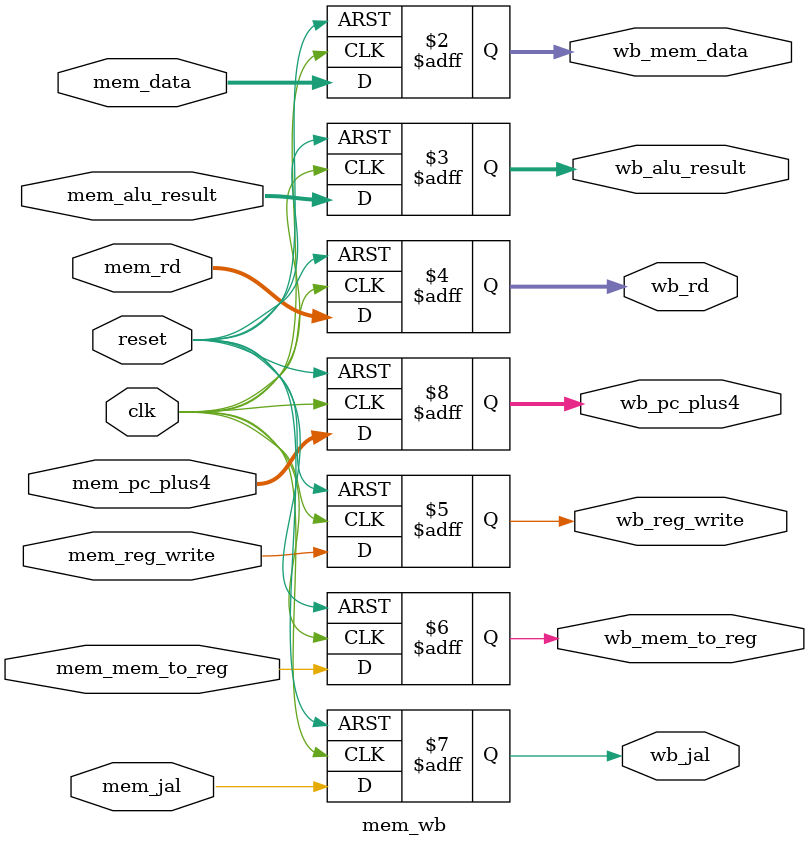
<source format=sv>
module mem_wb (
    input  logic        clk,
    input  logic        reset,

    // from MEM stage
    input  logic [31:0] mem_data,
    input  logic [31:0] mem_alu_result,
    input  logic [4:0]  mem_rd,

    input  logic        mem_reg_write,
    input  logic        mem_mem_to_reg,
    input  logic        mem_jal,
    input  logic [31:0] mem_pc_plus4,

    // to WB stage
    output logic [31:0] wb_mem_data,
    output logic [31:0] wb_alu_result,
    output logic [4:0]  wb_rd,
    output logic        wb_reg_write,
    output logic        wb_mem_to_reg,
    output logic        wb_jal,
    output logic [31:0] wb_pc_plus4
    // new signals for jal handling
    //output logic [4:0]  wb_writereg,          // 实际写回寄存器
    //output logic        wb_reg_write_final,   // 实际写回使能
    //output logic [31:0] wb_wdata              // 写回数据
);

always_ff @(posedge clk or posedge reset) begin
    if (reset) begin
        wb_mem_data       <= 32'b0;
        wb_alu_result     <= 32'b0;
        wb_rd             <= 5'b0;
        wb_reg_write      <= 1'b0;
        wb_mem_to_reg     <= 1'b0;
        wb_jal            <= 1'b0;
        wb_pc_plus4       <= 32'b0;
        //wb_writereg       <= 5'b0;
        //wb_reg_write_final<= 1'b0;
        //wb_wdata          <= 32'b0;
    end else begin
        wb_mem_data       <= mem_data;
        wb_alu_result     <= mem_alu_result;
        wb_rd             <= mem_rd;
        wb_reg_write      <= mem_reg_write;
        wb_mem_to_reg     <= mem_mem_to_reg;
        wb_jal            <= mem_jal;
        wb_pc_plus4       <= mem_pc_plus4;

        // -------------------------------
        // jal 写回处理
        //wb_writereg        <= mem_jal ? 5'd31 : mem_rd;
        //wb_reg_write_final <= mem_reg_write | mem_jal;
        //wb_wdata <= mem_jal ? wb_pc_plus4 :
        //    (wb_mem_to_reg ? wb_mem_data : wb_alu_result);
    end
   
end 
endmodule



</source>
